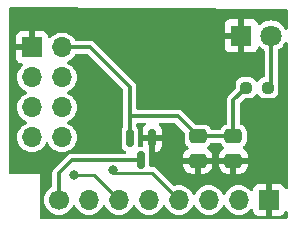
<source format=gbr>
%TF.GenerationSoftware,KiCad,Pcbnew,7.0.2*%
%TF.CreationDate,2023-05-27T23:34:55+02:00*%
%TF.ProjectId,cc1101_pcb,63633131-3031-45f7-9063-622e6b696361,rev?*%
%TF.SameCoordinates,Original*%
%TF.FileFunction,Copper,L1,Top*%
%TF.FilePolarity,Positive*%
%FSLAX46Y46*%
G04 Gerber Fmt 4.6, Leading zero omitted, Abs format (unit mm)*
G04 Created by KiCad (PCBNEW 7.0.2) date 2023-05-27 23:34:55*
%MOMM*%
%LPD*%
G01*
G04 APERTURE LIST*
G04 Aperture macros list*
%AMRoundRect*
0 Rectangle with rounded corners*
0 $1 Rounding radius*
0 $2 $3 $4 $5 $6 $7 $8 $9 X,Y pos of 4 corners*
0 Add a 4 corners polygon primitive as box body*
4,1,4,$2,$3,$4,$5,$6,$7,$8,$9,$2,$3,0*
0 Add four circle primitives for the rounded corners*
1,1,$1+$1,$2,$3*
1,1,$1+$1,$4,$5*
1,1,$1+$1,$6,$7*
1,1,$1+$1,$8,$9*
0 Add four rect primitives between the rounded corners*
20,1,$1+$1,$2,$3,$4,$5,0*
20,1,$1+$1,$4,$5,$6,$7,0*
20,1,$1+$1,$6,$7,$8,$9,0*
20,1,$1+$1,$8,$9,$2,$3,0*%
G04 Aperture macros list end*
%TA.AperFunction,SMDPad,CuDef*%
%ADD10RoundRect,0.237500X0.250000X0.237500X-0.250000X0.237500X-0.250000X-0.237500X0.250000X-0.237500X0*%
%TD*%
%TA.AperFunction,ComponentPad*%
%ADD11C,1.700000*%
%TD*%
%TA.AperFunction,ComponentPad*%
%ADD12O,1.700000X1.700000*%
%TD*%
%TA.AperFunction,ComponentPad*%
%ADD13R,1.700000X1.700000*%
%TD*%
%TA.AperFunction,SMDPad,CuDef*%
%ADD14RoundRect,0.250000X-0.475000X0.337500X-0.475000X-0.337500X0.475000X-0.337500X0.475000X0.337500X0*%
%TD*%
%TA.AperFunction,SMDPad,CuDef*%
%ADD15RoundRect,0.150000X-0.150000X0.587500X-0.150000X-0.587500X0.150000X-0.587500X0.150000X0.587500X0*%
%TD*%
%TA.AperFunction,ComponentPad*%
%ADD16R,1.800000X1.800000*%
%TD*%
%TA.AperFunction,ComponentPad*%
%ADD17C,1.800000*%
%TD*%
%TA.AperFunction,ViaPad*%
%ADD18C,0.800000*%
%TD*%
%TA.AperFunction,Conductor*%
%ADD19C,0.300000*%
%TD*%
%TA.AperFunction,Conductor*%
%ADD20C,0.250000*%
%TD*%
G04 APERTURE END LIST*
D10*
%TO.P,R1,1*%
%TO.N,Net-(D1-A)*%
X55112500Y-87600000D03*
%TO.P,R1,2*%
%TO.N,Net-(J3-Pin_2)*%
X53287500Y-87600000D03*
%TD*%
D11*
%TO.P,J2,1,Pin_1*%
%TO.N,Net-(J2-Pin_1)*%
X37440000Y-97100000D03*
D12*
%TO.P,J2,2,Pin_2*%
%TO.N,Net-(J2-Pin_2)*%
X39980000Y-97100000D03*
%TO.P,J2,3,Pin_3*%
%TO.N,Net-(J2-Pin_3)*%
X42520000Y-97100000D03*
%TO.P,J2,4,Pin_4*%
%TO.N,Net-(J2-Pin_4)*%
X45060000Y-97100000D03*
%TO.P,J2,5,Pin_5*%
%TO.N,Net-(J2-Pin_5)*%
X47600000Y-97100000D03*
%TO.P,J2,6,Pin_6*%
%TO.N,Net-(J2-Pin_6)*%
X50140000Y-97100000D03*
%TO.P,J2,7,Pin_7*%
%TO.N,unconnected-(J2-Pin_7-Pad7)*%
X52680000Y-97100000D03*
D13*
%TO.P,J2,8,Pin_8*%
%TO.N,GND*%
X55220000Y-97100000D03*
%TD*%
D14*
%TO.P,C1,1*%
%TO.N,Net-(J3-Pin_2)*%
X49200000Y-91700000D03*
%TO.P,C1,2*%
%TO.N,GND*%
X49200000Y-93775000D03*
%TD*%
D15*
%TO.P,MCP1700,1,GND*%
%TO.N,GND*%
X45350000Y-91862500D03*
%TO.P,MCP1700,2,VO*%
%TO.N,Net-(J3-Pin_2)*%
X43450000Y-91862500D03*
%TO.P,MCP1700,3,VI*%
%TO.N,Net-(J2-Pin_1)*%
X44400000Y-93737500D03*
%TD*%
D16*
%TO.P,LED,1,K*%
%TO.N,GND*%
X52860000Y-83200000D03*
D17*
%TO.P,LED,2,A*%
%TO.N,Net-(D1-A)*%
X55400000Y-83200000D03*
%TD*%
D14*
%TO.P,C2,1*%
%TO.N,Net-(J3-Pin_2)*%
X52210000Y-91700000D03*
%TO.P,C2,2*%
%TO.N,GND*%
X52210000Y-93775000D03*
%TD*%
D13*
%TO.P,J3,1,Pin_1*%
%TO.N,GND*%
X35160000Y-84180000D03*
D12*
%TO.P,J3,2,Pin_2*%
%TO.N,Net-(J3-Pin_2)*%
X37700000Y-84180000D03*
%TO.P,J3,3,Pin_3*%
%TO.N,Net-(J2-Pin_6)*%
X35160000Y-86720000D03*
%TO.P,J3,4,Pin_4*%
%TO.N,Net-(J2-Pin_4)*%
X37700000Y-86720000D03*
%TO.P,J3,5,Pin_5*%
%TO.N,Net-(J2-Pin_5)*%
X35160000Y-89260000D03*
%TO.P,J3,6,Pin_6*%
%TO.N,Net-(J2-Pin_2)*%
X37700000Y-89260000D03*
%TO.P,J3,7,Pin_7*%
%TO.N,Net-(J2-Pin_3)*%
X35160000Y-91800000D03*
%TO.P,J3,8,Pin_8*%
%TO.N,unconnected-(J3-Pin_8-Pad8)*%
X37700000Y-91800000D03*
%TD*%
D18*
%TO.N,Net-(J2-Pin_3)*%
X38700000Y-95000000D03*
%TO.N,Net-(J2-Pin_5)*%
X42000000Y-94600000D03*
%TD*%
D19*
%TO.N,Net-(J3-Pin_2)*%
X49200000Y-91700000D02*
X47500000Y-90000000D01*
X49200000Y-91700000D02*
X52210000Y-91700000D01*
X52210000Y-88677500D02*
X53287500Y-87600000D01*
X43450000Y-91862500D02*
X43450000Y-87550000D01*
X43450000Y-87550000D02*
X40080000Y-84180000D01*
X47500000Y-90000000D02*
X43450000Y-90000000D01*
X52210000Y-91700000D02*
X52210000Y-88677500D01*
X40080000Y-84180000D02*
X37700000Y-84180000D01*
%TO.N,Net-(J2-Pin_1)*%
X37440000Y-97100000D02*
X37440000Y-94860000D01*
X37440000Y-94860000D02*
X38562500Y-93737500D01*
X38562500Y-93737500D02*
X44400000Y-93737500D01*
D20*
%TO.N,Net-(J2-Pin_3)*%
X38700000Y-95000000D02*
X40420000Y-95000000D01*
X40420000Y-95000000D02*
X42520000Y-97100000D01*
%TO.N,Net-(J2-Pin_5)*%
X45300000Y-94800000D02*
X42200000Y-94800000D01*
X47600000Y-97100000D02*
X45300000Y-94800000D01*
X42200000Y-94800000D02*
X42000000Y-94600000D01*
D19*
%TO.N,Net-(D1-A)*%
X55400000Y-87312500D02*
X55400000Y-83200000D01*
X55112500Y-87600000D02*
X55400000Y-87312500D01*
%TD*%
%TA.AperFunction,Conductor*%
%TO.N,GND*%
G36*
X56676526Y-80899476D02*
G01*
X56743480Y-80919445D01*
X56789011Y-80972442D01*
X56799999Y-81023475D01*
X56800000Y-82565736D01*
X56780315Y-82632775D01*
X56727512Y-82678530D01*
X56658353Y-82688474D01*
X56594797Y-82659449D01*
X56563618Y-82618141D01*
X56553835Y-82597162D01*
X56530568Y-82547266D01*
X56400047Y-82360861D01*
X56400046Y-82360859D01*
X56239140Y-82199953D01*
X56052735Y-82069432D01*
X55846497Y-81973261D01*
X55626689Y-81914364D01*
X55399999Y-81894531D01*
X55173310Y-81914364D01*
X54953502Y-81973261D01*
X54747264Y-82069432D01*
X54560862Y-82199950D01*
X54467402Y-82293411D01*
X54406078Y-82326895D01*
X54336387Y-82321911D01*
X54280454Y-82280039D01*
X54256431Y-82218982D01*
X54253597Y-82192624D01*
X54203352Y-82057910D01*
X54117188Y-81942811D01*
X54002089Y-81856647D01*
X53867371Y-81806400D01*
X53811132Y-81800354D01*
X53804518Y-81800000D01*
X53110000Y-81800000D01*
X53110000Y-82825810D01*
X53057453Y-82789984D01*
X52927827Y-82750000D01*
X52826276Y-82750000D01*
X52725862Y-82765135D01*
X52610000Y-82820931D01*
X52610000Y-81800000D01*
X51915482Y-81800000D01*
X51908867Y-81800354D01*
X51852628Y-81806400D01*
X51717910Y-81856647D01*
X51602811Y-81942811D01*
X51516647Y-82057910D01*
X51466400Y-82192628D01*
X51460354Y-82248867D01*
X51460000Y-82255481D01*
X51460000Y-82950000D01*
X52484722Y-82950000D01*
X52436375Y-83033740D01*
X52406190Y-83165992D01*
X52416327Y-83301265D01*
X52465887Y-83427541D01*
X52483797Y-83450000D01*
X51460000Y-83450000D01*
X51460000Y-84144518D01*
X51460354Y-84151132D01*
X51466400Y-84207371D01*
X51516647Y-84342089D01*
X51602811Y-84457188D01*
X51717910Y-84543352D01*
X51852628Y-84593599D01*
X51908867Y-84599645D01*
X51915482Y-84600000D01*
X52610000Y-84600000D01*
X52610000Y-83574189D01*
X52662547Y-83610016D01*
X52792173Y-83650000D01*
X52893724Y-83650000D01*
X52994138Y-83634865D01*
X53110000Y-83579068D01*
X53110000Y-84600000D01*
X53804518Y-84600000D01*
X53811132Y-84599645D01*
X53867371Y-84593599D01*
X54002089Y-84543352D01*
X54117188Y-84457188D01*
X54203352Y-84342089D01*
X54253597Y-84207375D01*
X54256431Y-84181018D01*
X54283168Y-84116466D01*
X54340559Y-84076616D01*
X54410384Y-84074121D01*
X54467402Y-84106589D01*
X54560859Y-84200046D01*
X54747262Y-84330566D01*
X54747265Y-84330567D01*
X54747266Y-84330568D01*
X54777905Y-84344855D01*
X54830343Y-84391026D01*
X54849500Y-84457237D01*
X54849500Y-86608795D01*
X54829815Y-86675834D01*
X54777011Y-86721589D01*
X54760095Y-86727871D01*
X54607106Y-86772318D01*
X54468356Y-86854374D01*
X54354375Y-86968355D01*
X54306731Y-87048917D01*
X54255661Y-87096600D01*
X54186919Y-87109103D01*
X54122330Y-87082457D01*
X54093270Y-87048919D01*
X54045626Y-86968357D01*
X53931643Y-86854374D01*
X53931642Y-86854373D01*
X53792893Y-86772318D01*
X53638101Y-86727346D01*
X53604369Y-86724691D01*
X53604354Y-86724690D01*
X53601935Y-86724500D01*
X53599489Y-86724500D01*
X52975489Y-86724500D01*
X52975463Y-86724500D01*
X52973066Y-86724501D01*
X52970675Y-86724689D01*
X52970652Y-86724690D01*
X52936900Y-86727346D01*
X52782106Y-86772318D01*
X52643356Y-86854374D01*
X52529374Y-86968356D01*
X52447318Y-87107106D01*
X52402346Y-87261898D01*
X52399691Y-87295630D01*
X52399690Y-87295645D01*
X52399500Y-87298065D01*
X52399500Y-87300509D01*
X52399500Y-87300510D01*
X52399500Y-87658111D01*
X52379815Y-87725150D01*
X52363181Y-87745792D01*
X51828880Y-88280093D01*
X51825837Y-88283034D01*
X51778956Y-88326819D01*
X51757605Y-88361927D01*
X51750466Y-88372416D01*
X51725638Y-88405158D01*
X51719054Y-88421854D01*
X51709654Y-88440780D01*
X51702149Y-88453123D01*
X51700328Y-88456118D01*
X51694951Y-88475308D01*
X51689242Y-88495681D01*
X51685197Y-88507707D01*
X51670123Y-88545934D01*
X51668288Y-88563785D01*
X51664342Y-88584548D01*
X51659500Y-88601832D01*
X51659500Y-88642917D01*
X51658850Y-88655598D01*
X51654648Y-88696471D01*
X51657697Y-88714154D01*
X51659500Y-88735224D01*
X51659500Y-90613935D01*
X51639815Y-90680974D01*
X51587011Y-90726729D01*
X51570096Y-90733011D01*
X51474602Y-90760755D01*
X51333134Y-90844419D01*
X51216919Y-90960634D01*
X51141228Y-91088621D01*
X51090159Y-91136305D01*
X51034496Y-91149500D01*
X50375504Y-91149500D01*
X50308465Y-91129815D01*
X50268772Y-91088621D01*
X50193080Y-90960634D01*
X50076865Y-90844419D01*
X49935397Y-90760755D01*
X49777572Y-90714902D01*
X49743128Y-90712191D01*
X49743114Y-90712190D01*
X49740694Y-90712000D01*
X49738249Y-90712000D01*
X49041886Y-90712000D01*
X48974847Y-90692315D01*
X48954205Y-90675681D01*
X47897407Y-89618882D01*
X47894493Y-89615868D01*
X47850680Y-89568956D01*
X47850679Y-89568955D01*
X47850678Y-89568954D01*
X47815574Y-89547607D01*
X47805079Y-89540464D01*
X47772342Y-89515639D01*
X47772340Y-89515638D01*
X47755644Y-89509053D01*
X47736714Y-89499650D01*
X47721384Y-89490328D01*
X47690924Y-89481793D01*
X47681814Y-89479240D01*
X47669795Y-89475199D01*
X47631564Y-89460124D01*
X47631563Y-89460123D01*
X47631561Y-89460123D01*
X47613715Y-89458288D01*
X47592952Y-89454342D01*
X47575668Y-89449500D01*
X47575665Y-89449500D01*
X47534582Y-89449500D01*
X47521901Y-89448850D01*
X47481027Y-89444647D01*
X47463344Y-89447697D01*
X47442275Y-89449500D01*
X44124500Y-89449500D01*
X44057461Y-89429815D01*
X44011706Y-89377011D01*
X44000500Y-89325500D01*
X44000500Y-87561539D01*
X44000572Y-87557305D01*
X44002763Y-87493173D01*
X43993033Y-87453250D01*
X43990664Y-87440786D01*
X43985070Y-87400080D01*
X43977921Y-87383621D01*
X43971180Y-87363575D01*
X43966933Y-87346148D01*
X43946797Y-87310336D01*
X43941149Y-87298964D01*
X43924780Y-87261280D01*
X43913456Y-87247360D01*
X43901559Y-87229880D01*
X43892765Y-87214240D01*
X43863713Y-87185188D01*
X43855205Y-87175761D01*
X43833702Y-87149330D01*
X43829278Y-87143892D01*
X43829277Y-87143891D01*
X43814615Y-87133541D01*
X43798444Y-87119919D01*
X40477406Y-83798881D01*
X40474492Y-83795867D01*
X40430680Y-83748956D01*
X40430679Y-83748955D01*
X40430678Y-83748954D01*
X40395574Y-83727607D01*
X40385079Y-83720464D01*
X40371632Y-83710267D01*
X40352342Y-83695639D01*
X40352340Y-83695638D01*
X40335644Y-83689053D01*
X40316714Y-83679650D01*
X40301384Y-83670328D01*
X40270924Y-83661793D01*
X40261814Y-83659240D01*
X40249795Y-83655199D01*
X40211564Y-83640124D01*
X40211563Y-83640123D01*
X40211561Y-83640123D01*
X40193715Y-83638288D01*
X40172952Y-83634342D01*
X40155668Y-83629500D01*
X40155665Y-83629500D01*
X40114582Y-83629500D01*
X40101901Y-83628850D01*
X40061027Y-83624647D01*
X40043344Y-83627697D01*
X40022275Y-83629500D01*
X38902069Y-83629500D01*
X38835030Y-83609815D01*
X38789688Y-83557908D01*
X38787101Y-83552360D01*
X38699107Y-83426692D01*
X38661598Y-83373123D01*
X38506877Y-83218402D01*
X38327639Y-83092898D01*
X38236205Y-83050261D01*
X38129331Y-83000425D01*
X37917974Y-82943792D01*
X37700000Y-82924722D01*
X37482025Y-82943792D01*
X37270668Y-83000425D01*
X37072361Y-83092898D01*
X36893122Y-83218402D01*
X36738402Y-83373122D01*
X36735573Y-83377163D01*
X36680995Y-83420787D01*
X36611496Y-83427978D01*
X36549142Y-83396454D01*
X36513730Y-83336223D01*
X36510000Y-83306037D01*
X36510000Y-83285481D01*
X36509645Y-83278867D01*
X36503599Y-83222628D01*
X36453352Y-83087910D01*
X36367188Y-82972811D01*
X36252089Y-82886647D01*
X36117371Y-82836400D01*
X36061132Y-82830354D01*
X36054518Y-82830000D01*
X35410000Y-82830000D01*
X35410000Y-83744498D01*
X35302315Y-83695320D01*
X35195763Y-83680000D01*
X35124237Y-83680000D01*
X35017685Y-83695320D01*
X34910000Y-83744498D01*
X34910000Y-82830000D01*
X34265482Y-82830000D01*
X34258867Y-82830354D01*
X34202628Y-82836400D01*
X34067910Y-82886647D01*
X33952811Y-82972811D01*
X33866647Y-83087910D01*
X33816400Y-83222628D01*
X33810354Y-83278867D01*
X33810000Y-83285481D01*
X33810000Y-83930000D01*
X34726314Y-83930000D01*
X34700507Y-83970156D01*
X34660000Y-84108111D01*
X34660000Y-84251889D01*
X34700507Y-84389844D01*
X34726314Y-84430000D01*
X33810000Y-84430000D01*
X33810000Y-85074518D01*
X33810354Y-85081132D01*
X33816400Y-85137371D01*
X33866647Y-85272089D01*
X33952811Y-85387188D01*
X34067910Y-85473352D01*
X34202628Y-85523599D01*
X34258867Y-85529645D01*
X34265482Y-85530000D01*
X34286038Y-85530000D01*
X34353077Y-85549685D01*
X34398832Y-85602489D01*
X34408776Y-85671647D01*
X34379751Y-85735203D01*
X34357168Y-85755569D01*
X34353123Y-85758402D01*
X34353121Y-85758403D01*
X34353118Y-85758406D01*
X34198402Y-85913122D01*
X34072898Y-86092361D01*
X33980425Y-86290668D01*
X33923792Y-86502025D01*
X33904722Y-86720000D01*
X33923792Y-86937974D01*
X33978967Y-87143891D01*
X33980425Y-87149330D01*
X34072898Y-87347639D01*
X34198402Y-87526877D01*
X34353123Y-87681598D01*
X34532361Y-87807102D01*
X34631237Y-87853208D01*
X34683582Y-87877618D01*
X34736021Y-87923791D01*
X34755173Y-87990984D01*
X34734957Y-88057865D01*
X34683582Y-88102382D01*
X34532361Y-88172898D01*
X34353122Y-88298402D01*
X34198402Y-88453122D01*
X34072898Y-88632361D01*
X33980425Y-88830668D01*
X33923792Y-89042025D01*
X33904722Y-89260000D01*
X33923792Y-89477974D01*
X33961146Y-89617382D01*
X33980425Y-89689330D01*
X34072898Y-89887639D01*
X34198402Y-90066877D01*
X34353123Y-90221598D01*
X34532361Y-90347102D01*
X34631237Y-90393208D01*
X34683582Y-90417618D01*
X34736021Y-90463791D01*
X34755173Y-90530984D01*
X34734957Y-90597865D01*
X34683582Y-90642382D01*
X34532361Y-90712898D01*
X34353122Y-90838402D01*
X34198402Y-90993122D01*
X34072898Y-91172361D01*
X33980425Y-91370668D01*
X33923792Y-91582025D01*
X33904722Y-91800000D01*
X33923792Y-92017974D01*
X33980425Y-92229331D01*
X33999476Y-92270185D01*
X34072898Y-92427639D01*
X34198402Y-92606877D01*
X34353123Y-92761598D01*
X34532361Y-92887102D01*
X34730670Y-92979575D01*
X34942023Y-93036207D01*
X35160000Y-93055277D01*
X35377977Y-93036207D01*
X35589330Y-92979575D01*
X35787639Y-92887102D01*
X35966877Y-92761598D01*
X36121598Y-92606877D01*
X36247102Y-92427639D01*
X36317617Y-92276417D01*
X36363790Y-92223978D01*
X36430984Y-92204826D01*
X36497865Y-92225042D01*
X36542382Y-92276417D01*
X36612898Y-92427639D01*
X36738402Y-92606877D01*
X36893123Y-92761598D01*
X37072361Y-92887102D01*
X37270670Y-92979575D01*
X37482023Y-93036207D01*
X37700000Y-93055277D01*
X37917977Y-93036207D01*
X38129330Y-92979575D01*
X38327639Y-92887102D01*
X38506877Y-92761598D01*
X38661598Y-92606877D01*
X38787102Y-92427639D01*
X38879575Y-92229330D01*
X38936207Y-92017977D01*
X38955277Y-91800000D01*
X38936207Y-91582023D01*
X38879575Y-91370670D01*
X38787102Y-91172362D01*
X38661598Y-90993123D01*
X38506877Y-90838402D01*
X38327639Y-90712898D01*
X38176417Y-90642382D01*
X38123978Y-90596210D01*
X38104826Y-90529016D01*
X38125042Y-90462135D01*
X38176417Y-90417618D01*
X38179324Y-90416262D01*
X38327639Y-90347102D01*
X38506877Y-90221598D01*
X38661598Y-90066877D01*
X38787102Y-89887639D01*
X38879575Y-89689330D01*
X38936207Y-89477977D01*
X38955277Y-89260000D01*
X38936207Y-89042023D01*
X38879575Y-88830670D01*
X38787102Y-88632362D01*
X38661598Y-88453123D01*
X38506877Y-88298402D01*
X38327639Y-88172898D01*
X38176417Y-88102382D01*
X38123978Y-88056210D01*
X38104826Y-87989016D01*
X38125042Y-87922135D01*
X38176417Y-87877618D01*
X38179324Y-87876262D01*
X38327639Y-87807102D01*
X38506877Y-87681598D01*
X38661598Y-87526877D01*
X38787102Y-87347639D01*
X38879575Y-87149330D01*
X38936207Y-86937977D01*
X38955277Y-86720000D01*
X38936207Y-86502023D01*
X38879575Y-86290670D01*
X38787102Y-86092362D01*
X38661598Y-85913123D01*
X38506877Y-85758402D01*
X38327639Y-85632898D01*
X38176417Y-85562382D01*
X38123978Y-85516210D01*
X38104826Y-85449016D01*
X38125042Y-85382135D01*
X38176417Y-85337618D01*
X38179324Y-85336262D01*
X38327639Y-85267102D01*
X38506877Y-85141598D01*
X38661598Y-84986877D01*
X38787102Y-84807639D01*
X38789687Y-84802094D01*
X38835860Y-84749656D01*
X38902069Y-84730500D01*
X39800613Y-84730500D01*
X39867652Y-84750185D01*
X39888294Y-84766819D01*
X42863181Y-87741706D01*
X42896666Y-87803029D01*
X42899500Y-87829387D01*
X42899500Y-89976945D01*
X42899211Y-89985407D01*
X42895619Y-90037919D01*
X42896906Y-90044112D01*
X42899500Y-90069343D01*
X42899500Y-90850371D01*
X42879815Y-90917410D01*
X42874304Y-90925296D01*
X42815638Y-91002659D01*
X42760123Y-91143432D01*
X42756649Y-91172362D01*
X42749500Y-91231898D01*
X42749500Y-92493102D01*
X42749940Y-92496765D01*
X42760123Y-92581567D01*
X42815638Y-92722340D01*
X42815639Y-92722342D01*
X42845405Y-92761594D01*
X42907077Y-92842922D01*
X42952884Y-92877658D01*
X43027658Y-92934361D01*
X43042770Y-92940320D01*
X43061345Y-92947646D01*
X43116489Y-92990552D01*
X43139682Y-93056459D01*
X43123561Y-93124444D01*
X43073244Y-93172920D01*
X43015855Y-93187000D01*
X38574041Y-93187000D01*
X38569807Y-93186928D01*
X38505673Y-93184736D01*
X38465759Y-93194464D01*
X38453283Y-93196835D01*
X38412582Y-93202429D01*
X38412579Y-93202430D01*
X38412580Y-93202430D01*
X38396114Y-93209581D01*
X38376081Y-93216318D01*
X38358647Y-93220567D01*
X38322834Y-93240703D01*
X38311467Y-93246349D01*
X38273780Y-93262719D01*
X38259860Y-93274044D01*
X38242383Y-93285938D01*
X38226739Y-93294734D01*
X38197679Y-93323793D01*
X38188257Y-93332297D01*
X38156389Y-93358223D01*
X38146043Y-93372881D01*
X38132422Y-93389051D01*
X37058894Y-94462579D01*
X37055852Y-94465519D01*
X37008956Y-94509318D01*
X36987605Y-94544427D01*
X36980466Y-94554916D01*
X36955638Y-94587658D01*
X36949054Y-94604354D01*
X36939654Y-94623280D01*
X36930329Y-94638616D01*
X36919242Y-94678181D01*
X36915197Y-94690207D01*
X36900123Y-94728434D01*
X36898288Y-94746285D01*
X36894342Y-94767048D01*
X36889500Y-94784332D01*
X36889500Y-94825417D01*
X36888850Y-94838098D01*
X36884647Y-94878975D01*
X36887696Y-94896658D01*
X36889499Y-94917724D01*
X36889500Y-95897931D01*
X36869816Y-95964970D01*
X36817908Y-96010312D01*
X36812360Y-96012898D01*
X36633122Y-96138402D01*
X36478402Y-96293122D01*
X36352898Y-96472361D01*
X36260425Y-96670668D01*
X36203792Y-96882025D01*
X36184722Y-97100000D01*
X36203792Y-97317974D01*
X36259275Y-97525041D01*
X36260425Y-97529330D01*
X36352898Y-97727639D01*
X36478402Y-97906877D01*
X36633123Y-98061598D01*
X36812361Y-98187102D01*
X37010670Y-98279575D01*
X37222023Y-98336207D01*
X37440000Y-98355277D01*
X37657977Y-98336207D01*
X37869330Y-98279575D01*
X38067639Y-98187102D01*
X38246877Y-98061598D01*
X38401598Y-97906877D01*
X38527102Y-97727639D01*
X38597617Y-97576417D01*
X38643790Y-97523978D01*
X38710984Y-97504826D01*
X38777865Y-97525042D01*
X38822382Y-97576417D01*
X38892898Y-97727639D01*
X39018402Y-97906877D01*
X39173123Y-98061598D01*
X39352361Y-98187102D01*
X39550670Y-98279575D01*
X39762023Y-98336207D01*
X39907341Y-98348920D01*
X39979999Y-98355277D01*
X39979999Y-98355276D01*
X39980000Y-98355277D01*
X40197977Y-98336207D01*
X40409330Y-98279575D01*
X40607639Y-98187102D01*
X40786877Y-98061598D01*
X40941598Y-97906877D01*
X41067102Y-97727639D01*
X41137617Y-97576417D01*
X41183790Y-97523978D01*
X41250984Y-97504826D01*
X41317865Y-97525042D01*
X41362382Y-97576417D01*
X41432898Y-97727639D01*
X41558402Y-97906877D01*
X41713123Y-98061598D01*
X41892361Y-98187102D01*
X42090670Y-98279575D01*
X42302023Y-98336207D01*
X42520000Y-98355277D01*
X42737977Y-98336207D01*
X42949330Y-98279575D01*
X43147639Y-98187102D01*
X43326877Y-98061598D01*
X43481598Y-97906877D01*
X43607102Y-97727639D01*
X43677617Y-97576417D01*
X43723790Y-97523978D01*
X43790984Y-97504826D01*
X43857865Y-97525042D01*
X43902382Y-97576417D01*
X43972898Y-97727639D01*
X44098402Y-97906877D01*
X44253123Y-98061598D01*
X44432361Y-98187102D01*
X44630670Y-98279575D01*
X44842023Y-98336207D01*
X45060000Y-98355277D01*
X45277977Y-98336207D01*
X45489330Y-98279575D01*
X45687639Y-98187102D01*
X45866877Y-98061598D01*
X46021598Y-97906877D01*
X46147102Y-97727639D01*
X46217618Y-97576416D01*
X46263789Y-97523978D01*
X46330982Y-97504826D01*
X46397864Y-97525041D01*
X46442381Y-97576417D01*
X46493174Y-97685342D01*
X46512898Y-97727639D01*
X46638402Y-97906877D01*
X46793123Y-98061598D01*
X46972361Y-98187102D01*
X47170670Y-98279575D01*
X47382023Y-98336207D01*
X47600000Y-98355277D01*
X47817977Y-98336207D01*
X48029330Y-98279575D01*
X48227639Y-98187102D01*
X48406877Y-98061598D01*
X48561598Y-97906877D01*
X48687102Y-97727639D01*
X48757617Y-97576417D01*
X48803790Y-97523978D01*
X48870984Y-97504826D01*
X48937865Y-97525042D01*
X48982382Y-97576417D01*
X49052898Y-97727639D01*
X49178402Y-97906877D01*
X49333123Y-98061598D01*
X49512361Y-98187102D01*
X49710670Y-98279575D01*
X49922023Y-98336207D01*
X50067340Y-98348920D01*
X50139999Y-98355277D01*
X50139999Y-98355276D01*
X50140000Y-98355277D01*
X50357977Y-98336207D01*
X50569330Y-98279575D01*
X50767639Y-98187102D01*
X50946877Y-98061598D01*
X51101598Y-97906877D01*
X51227102Y-97727639D01*
X51297617Y-97576417D01*
X51343790Y-97523978D01*
X51410984Y-97504826D01*
X51477865Y-97525042D01*
X51522382Y-97576417D01*
X51592898Y-97727639D01*
X51718402Y-97906877D01*
X51873123Y-98061598D01*
X52052361Y-98187102D01*
X52250670Y-98279575D01*
X52462023Y-98336207D01*
X52680000Y-98355277D01*
X52897977Y-98336207D01*
X53109330Y-98279575D01*
X53307639Y-98187102D01*
X53486877Y-98061598D01*
X53641598Y-97906877D01*
X53644427Y-97902836D01*
X53699001Y-97859214D01*
X53768499Y-97852020D01*
X53830854Y-97883542D01*
X53866269Y-97943772D01*
X53870000Y-97973962D01*
X53870000Y-97994518D01*
X53870354Y-98001132D01*
X53876400Y-98057371D01*
X53926647Y-98192089D01*
X54012811Y-98307188D01*
X54127910Y-98393352D01*
X54262628Y-98443599D01*
X54318867Y-98449645D01*
X54325482Y-98450000D01*
X54970000Y-98450000D01*
X54970000Y-97535501D01*
X55077685Y-97584680D01*
X55184237Y-97600000D01*
X55255763Y-97600000D01*
X55362315Y-97584680D01*
X55470000Y-97535501D01*
X55470000Y-98450000D01*
X56114518Y-98450000D01*
X56121132Y-98449645D01*
X56177371Y-98443599D01*
X56312089Y-98393352D01*
X56427188Y-98307188D01*
X56513352Y-98192088D01*
X56559818Y-98067510D01*
X56601689Y-98011576D01*
X56667154Y-97987159D01*
X56735427Y-98002011D01*
X56784832Y-98051416D01*
X56800000Y-98110843D01*
X56800000Y-98576000D01*
X56780315Y-98643039D01*
X56727511Y-98688794D01*
X56676000Y-98700000D01*
X35924000Y-98700000D01*
X35856961Y-98680315D01*
X35811206Y-98627511D01*
X35800000Y-98576000D01*
X35800000Y-94900000D01*
X33324000Y-94900000D01*
X33256961Y-94880315D01*
X33211206Y-94827511D01*
X33200000Y-94776000D01*
X33200000Y-80924526D01*
X33219685Y-80857487D01*
X33272489Y-80811732D01*
X33324522Y-80800527D01*
X56676526Y-80899476D01*
G37*
%TD.AperFunction*%
%TA.AperFunction,Conductor*%
G36*
X56743865Y-83730483D02*
G01*
X56789200Y-83783648D01*
X56800000Y-83834263D01*
X56800000Y-96089156D01*
X56780315Y-96156195D01*
X56727511Y-96201950D01*
X56658353Y-96211894D01*
X56594797Y-96182869D01*
X56559818Y-96132490D01*
X56513352Y-96007910D01*
X56427188Y-95892811D01*
X56312089Y-95806647D01*
X56177371Y-95756400D01*
X56121132Y-95750354D01*
X56114518Y-95750000D01*
X55470000Y-95750000D01*
X55470000Y-96664498D01*
X55362315Y-96615320D01*
X55255763Y-96600000D01*
X55184237Y-96600000D01*
X55077685Y-96615320D01*
X54970000Y-96664498D01*
X54970000Y-95750000D01*
X54325482Y-95750000D01*
X54318867Y-95750354D01*
X54262628Y-95756400D01*
X54127910Y-95806647D01*
X54012811Y-95892811D01*
X53926647Y-96007910D01*
X53876400Y-96142628D01*
X53870354Y-96198867D01*
X53870000Y-96205481D01*
X53870000Y-96226037D01*
X53850315Y-96293076D01*
X53797511Y-96338831D01*
X53728353Y-96348775D01*
X53664797Y-96319750D01*
X53644427Y-96297163D01*
X53641597Y-96293122D01*
X53486880Y-96138405D01*
X53486880Y-96138404D01*
X53486877Y-96138402D01*
X53307639Y-96012898D01*
X53203064Y-95964134D01*
X53109331Y-95920425D01*
X52897974Y-95863792D01*
X52680000Y-95844722D01*
X52462025Y-95863792D01*
X52250668Y-95920425D01*
X52052361Y-96012898D01*
X51873122Y-96138402D01*
X51718402Y-96293122D01*
X51592898Y-96472361D01*
X51522382Y-96623583D01*
X51476209Y-96676022D01*
X51409016Y-96695174D01*
X51342135Y-96674958D01*
X51297618Y-96623583D01*
X51283118Y-96592488D01*
X51227102Y-96472362D01*
X51101598Y-96293123D01*
X50946877Y-96138402D01*
X50767639Y-96012898D01*
X50663064Y-95964134D01*
X50569331Y-95920425D01*
X50357974Y-95863792D01*
X50139999Y-95844722D01*
X49922025Y-95863792D01*
X49710668Y-95920425D01*
X49512361Y-96012898D01*
X49333122Y-96138402D01*
X49178402Y-96293122D01*
X49052898Y-96472361D01*
X48982382Y-96623583D01*
X48936209Y-96676022D01*
X48869016Y-96695174D01*
X48802135Y-96674958D01*
X48757618Y-96623583D01*
X48743118Y-96592488D01*
X48687102Y-96472362D01*
X48561598Y-96293123D01*
X48406877Y-96138402D01*
X48227639Y-96012898D01*
X48123064Y-95964134D01*
X48029331Y-95920425D01*
X47817974Y-95863792D01*
X47600000Y-95844722D01*
X47382025Y-95863792D01*
X47234241Y-95903391D01*
X47164391Y-95901728D01*
X47114466Y-95871297D01*
X45679441Y-94436272D01*
X45676498Y-94433227D01*
X45634753Y-94388529D01*
X45601488Y-94368300D01*
X45590992Y-94361157D01*
X45590111Y-94360489D01*
X45559975Y-94337636D01*
X45559973Y-94337635D01*
X45544488Y-94331528D01*
X45525556Y-94322125D01*
X45511327Y-94313473D01*
X45473843Y-94302970D01*
X45461810Y-94298924D01*
X45425586Y-94284639D01*
X45409021Y-94282936D01*
X45388255Y-94278990D01*
X45372228Y-94274500D01*
X45333296Y-94274500D01*
X45320616Y-94273850D01*
X45317031Y-94273481D01*
X45281890Y-94269868D01*
X45266842Y-94272463D01*
X45265486Y-94272697D01*
X45244419Y-94274500D01*
X45224500Y-94274500D01*
X45157461Y-94254815D01*
X45111706Y-94202011D01*
X45100500Y-94150500D01*
X45100500Y-94025000D01*
X47975001Y-94025000D01*
X47975001Y-94159329D01*
X47975321Y-94165611D01*
X47985493Y-94265195D01*
X48040642Y-94431622D01*
X48132683Y-94580845D01*
X48256654Y-94704816D01*
X48405877Y-94796857D01*
X48572303Y-94852006D01*
X48671890Y-94862180D01*
X48678168Y-94862499D01*
X48949999Y-94862499D01*
X48950000Y-94862498D01*
X48950000Y-94025000D01*
X49450000Y-94025000D01*
X49450000Y-94862499D01*
X49721829Y-94862499D01*
X49728111Y-94862178D01*
X49827695Y-94852006D01*
X49994122Y-94796857D01*
X50143345Y-94704816D01*
X50267316Y-94580845D01*
X50359357Y-94431622D01*
X50414506Y-94265196D01*
X50424680Y-94165609D01*
X50425000Y-94159331D01*
X50425000Y-94025000D01*
X50985001Y-94025000D01*
X50985001Y-94159329D01*
X50985321Y-94165611D01*
X50995493Y-94265195D01*
X51050642Y-94431622D01*
X51142683Y-94580845D01*
X51266654Y-94704816D01*
X51415877Y-94796857D01*
X51582303Y-94852006D01*
X51681890Y-94862180D01*
X51688168Y-94862499D01*
X51959999Y-94862499D01*
X51960000Y-94862498D01*
X51960000Y-94025000D01*
X52459999Y-94025000D01*
X52459999Y-94862498D01*
X52460000Y-94862499D01*
X52731829Y-94862499D01*
X52738111Y-94862178D01*
X52837695Y-94852006D01*
X53004122Y-94796857D01*
X53153345Y-94704816D01*
X53277316Y-94580845D01*
X53369357Y-94431622D01*
X53424506Y-94265196D01*
X53434680Y-94165609D01*
X53435000Y-94159331D01*
X53435000Y-94025000D01*
X52459999Y-94025000D01*
X51960000Y-94025000D01*
X50985001Y-94025000D01*
X50425000Y-94025000D01*
X49450000Y-94025000D01*
X48950000Y-94025000D01*
X47975001Y-94025000D01*
X45100500Y-94025000D01*
X45100500Y-93110604D01*
X45100500Y-93110603D01*
X45100500Y-93106898D01*
X45100166Y-93104124D01*
X45100000Y-93098549D01*
X45100000Y-92112500D01*
X45600000Y-92112500D01*
X45600000Y-93097295D01*
X45602488Y-93097099D01*
X45760200Y-93051280D01*
X45901557Y-92967682D01*
X46017682Y-92851557D01*
X46101282Y-92710197D01*
X46147099Y-92552493D01*
X46149808Y-92518076D01*
X46150000Y-92513196D01*
X46150000Y-92112500D01*
X45600000Y-92112500D01*
X45100000Y-92112500D01*
X44550000Y-92112500D01*
X44550000Y-92475500D01*
X44530315Y-92542539D01*
X44477511Y-92588294D01*
X44426000Y-92599500D01*
X44274500Y-92599500D01*
X44207461Y-92579815D01*
X44161706Y-92527011D01*
X44150500Y-92475500D01*
X44150500Y-91235599D01*
X44150500Y-91235598D01*
X44150500Y-91231898D01*
X44139877Y-91143436D01*
X44139876Y-91143434D01*
X44139876Y-91143432D01*
X44084361Y-91002659D01*
X44084361Y-91002658D01*
X44052034Y-90960029D01*
X44025696Y-90925296D01*
X44000873Y-90859984D01*
X44000500Y-90850371D01*
X44000500Y-90674500D01*
X44020185Y-90607461D01*
X44072989Y-90561706D01*
X44124500Y-90550500D01*
X44705898Y-90550500D01*
X44772937Y-90570185D01*
X44818692Y-90622989D01*
X44828636Y-90692147D01*
X44799611Y-90755703D01*
X44793579Y-90762181D01*
X44682317Y-90873442D01*
X44598717Y-91014802D01*
X44552900Y-91172506D01*
X44550191Y-91206923D01*
X44550000Y-91211803D01*
X44550000Y-91612500D01*
X46150000Y-91612500D01*
X46150000Y-91211803D01*
X46149808Y-91206923D01*
X46147099Y-91172506D01*
X46101282Y-91014802D01*
X46017682Y-90873442D01*
X45906421Y-90762181D01*
X45872936Y-90700858D01*
X45877920Y-90631166D01*
X45919792Y-90575233D01*
X45985256Y-90550816D01*
X45994102Y-90550500D01*
X47220613Y-90550500D01*
X47287652Y-90570185D01*
X47308294Y-90586819D01*
X48038181Y-91316705D01*
X48071666Y-91378028D01*
X48074500Y-91404385D01*
X48074500Y-92103194D01*
X48074690Y-92105614D01*
X48074691Y-92105628D01*
X48077402Y-92140072D01*
X48123255Y-92297897D01*
X48199984Y-92427639D01*
X48206919Y-92439365D01*
X48323135Y-92555581D01*
X48352194Y-92572766D01*
X48399876Y-92623833D01*
X48412380Y-92692574D01*
X48385735Y-92757164D01*
X48354169Y-92785035D01*
X48256655Y-92845182D01*
X48132683Y-92969154D01*
X48040642Y-93118377D01*
X47985493Y-93284803D01*
X47975319Y-93384390D01*
X47975000Y-93390668D01*
X47975000Y-93525000D01*
X50424999Y-93525000D01*
X50424999Y-93390670D01*
X50424678Y-93384388D01*
X50414506Y-93284804D01*
X50359357Y-93118377D01*
X50267316Y-92969154D01*
X50143346Y-92845184D01*
X50045830Y-92785036D01*
X49999106Y-92733088D01*
X49987883Y-92664125D01*
X50015727Y-92600043D01*
X50047803Y-92572767D01*
X50076865Y-92555581D01*
X50193081Y-92439365D01*
X50240158Y-92359760D01*
X50268772Y-92311379D01*
X50319841Y-92263695D01*
X50375504Y-92250500D01*
X51034496Y-92250500D01*
X51101535Y-92270185D01*
X51141228Y-92311379D01*
X51209984Y-92427639D01*
X51216919Y-92439365D01*
X51333135Y-92555581D01*
X51362194Y-92572766D01*
X51409876Y-92623833D01*
X51422380Y-92692574D01*
X51395735Y-92757164D01*
X51364169Y-92785035D01*
X51266655Y-92845182D01*
X51142683Y-92969154D01*
X51050642Y-93118377D01*
X50995493Y-93284803D01*
X50985319Y-93384390D01*
X50985000Y-93390668D01*
X50985000Y-93525000D01*
X53434999Y-93525000D01*
X53434999Y-93390670D01*
X53434678Y-93384388D01*
X53424506Y-93284804D01*
X53369357Y-93118377D01*
X53277316Y-92969154D01*
X53153346Y-92845184D01*
X53055830Y-92785036D01*
X53009106Y-92733088D01*
X52997883Y-92664125D01*
X53025727Y-92600043D01*
X53057803Y-92572767D01*
X53086865Y-92555581D01*
X53203081Y-92439365D01*
X53286744Y-92297898D01*
X53332598Y-92140069D01*
X53335500Y-92103194D01*
X53335500Y-91296806D01*
X53332598Y-91259931D01*
X53318615Y-91211803D01*
X53286744Y-91102102D01*
X53222294Y-90993123D01*
X53203081Y-90960635D01*
X53086865Y-90844419D01*
X52947808Y-90762181D01*
X52945397Y-90760755D01*
X52849904Y-90733011D01*
X52791018Y-90695404D01*
X52761813Y-90631931D01*
X52760500Y-90613935D01*
X52760500Y-89887636D01*
X52760500Y-88956881D01*
X52780184Y-88889846D01*
X52796810Y-88869213D01*
X53154205Y-88511817D01*
X53215528Y-88478333D01*
X53241886Y-88475499D01*
X53599511Y-88475499D01*
X53601934Y-88475499D01*
X53638098Y-88472654D01*
X53792894Y-88427681D01*
X53931643Y-88345626D01*
X54045626Y-88231643D01*
X54093270Y-88151079D01*
X54144335Y-88103400D01*
X54213076Y-88090895D01*
X54277666Y-88117540D01*
X54306731Y-88151083D01*
X54354374Y-88231642D01*
X54354374Y-88231643D01*
X54468357Y-88345626D01*
X54513657Y-88372416D01*
X54607106Y-88427681D01*
X54761898Y-88472653D01*
X54761902Y-88472654D01*
X54798065Y-88475500D01*
X55426934Y-88475499D01*
X55463098Y-88472654D01*
X55617894Y-88427681D01*
X55756643Y-88345626D01*
X55870626Y-88231643D01*
X55952681Y-88092894D01*
X55997654Y-87938098D01*
X56000500Y-87901935D01*
X56000499Y-87298066D01*
X55997654Y-87261902D01*
X55955422Y-87116540D01*
X55950499Y-87081957D01*
X55950499Y-84457236D01*
X55970184Y-84390198D01*
X56022094Y-84344854D01*
X56052734Y-84330568D01*
X56239139Y-84200047D01*
X56400047Y-84039139D01*
X56530568Y-83852734D01*
X56563618Y-83781857D01*
X56609790Y-83729419D01*
X56676984Y-83710267D01*
X56743865Y-83730483D01*
G37*
%TD.AperFunction*%
%TD*%
M02*

</source>
